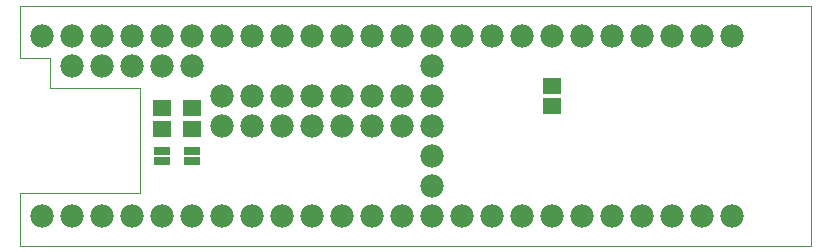
<source format=gbs>
G75*
G70*
%OFA0B0*%
%FSLAX24Y24*%
%IPPOS*%
%LPD*%
%AMOC8*
5,1,8,0,0,1.08239X$1,22.5*
%
%ADD10C,0.0000*%
%ADD11C,0.0780*%
%ADD12R,0.0631X0.0552*%
%ADD13R,0.0540X0.0290*%
D10*
X000300Y002893D02*
X000300Y004643D01*
X004050Y004643D01*
X004300Y004643D01*
X004300Y008143D01*
X002050Y008143D01*
X001300Y008143D01*
X001300Y009143D01*
X000300Y009143D01*
X000300Y010889D01*
X000300Y010893D01*
X000300Y010889D02*
X026670Y010889D01*
X026670Y002893D01*
X000300Y002893D01*
D11*
X001050Y003893D03*
X002050Y003893D03*
X003050Y003893D03*
X004050Y003893D03*
X005050Y003893D03*
X006050Y003893D03*
X007050Y003893D03*
X008050Y003893D03*
X009050Y003893D03*
X010050Y003893D03*
X011050Y003893D03*
X012050Y003893D03*
X013050Y003893D03*
X014050Y003893D03*
X015050Y003893D03*
X016050Y003893D03*
X017050Y003893D03*
X018050Y003893D03*
X019050Y003893D03*
X020050Y003893D03*
X021050Y003893D03*
X022050Y003893D03*
X023050Y003893D03*
X024050Y003893D03*
X014050Y004893D03*
X014050Y005893D03*
X014050Y006893D03*
X013050Y006893D03*
X012050Y006893D03*
X011050Y006893D03*
X010050Y006893D03*
X009050Y006893D03*
X008050Y006893D03*
X007050Y006893D03*
X007050Y007893D03*
X008050Y007893D03*
X009050Y007893D03*
X010050Y007893D03*
X011050Y007893D03*
X012050Y007893D03*
X013050Y007893D03*
X014050Y007893D03*
X014050Y008893D03*
X014050Y009893D03*
X015050Y009893D03*
X016050Y009893D03*
X017050Y009893D03*
X018050Y009893D03*
X019050Y009893D03*
X020050Y009893D03*
X021050Y009893D03*
X022050Y009893D03*
X023050Y009893D03*
X024050Y009893D03*
X013050Y009893D03*
X012050Y009893D03*
X011050Y009893D03*
X010050Y009893D03*
X009050Y009893D03*
X008050Y009893D03*
X007050Y009893D03*
X006050Y009893D03*
X005050Y009893D03*
X004050Y009893D03*
X003050Y009893D03*
X002050Y009893D03*
X001050Y009893D03*
X002050Y008893D03*
X003050Y008893D03*
X004050Y008893D03*
X005050Y008893D03*
X006050Y008893D03*
D12*
X006050Y007478D03*
X005050Y007478D03*
X005050Y006809D03*
X006050Y006809D03*
X018050Y007559D03*
X018050Y008228D03*
D13*
X006050Y006070D03*
X006050Y005716D03*
X005050Y005716D03*
X005050Y006070D03*
M02*

</source>
